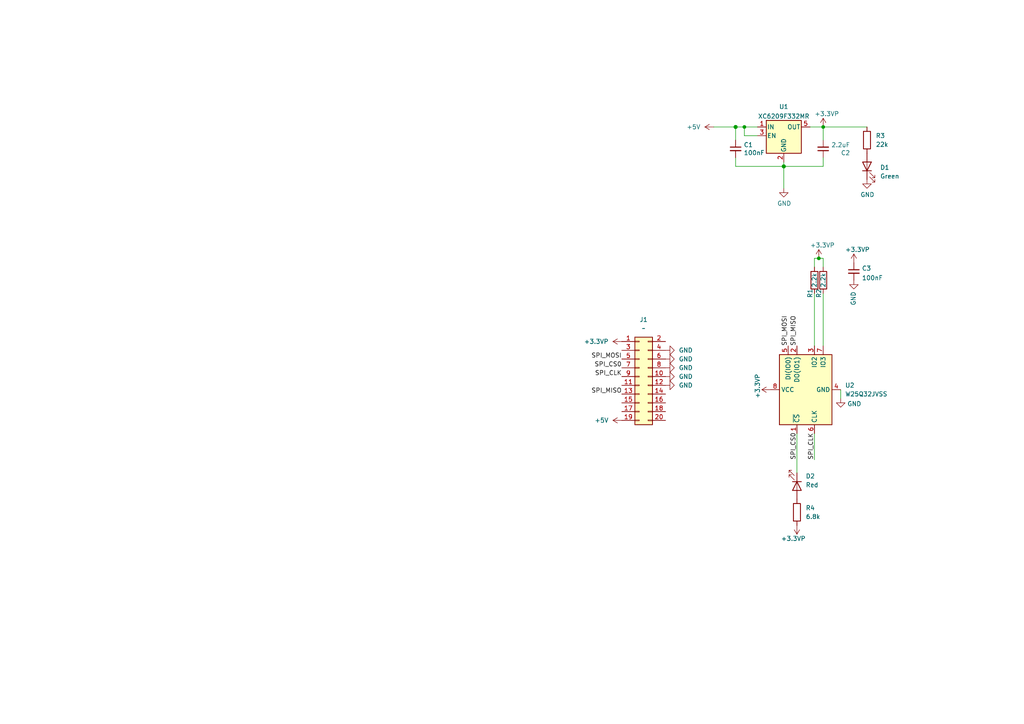
<source format=kicad_sch>
(kicad_sch (version 20211123) (generator eeschema)
  (paper "A4")
  (lib_symbols
    (symbol "Connector_Generic:Conn_02x10_Odd_Even" (pin_names (offset 1.016) hide)
      (property "Reference" "J" (at 1.27 12.7 0))
      (property "Value" "Conn_02x10_Odd_Even" (at 1.27 -15.24 0))
      (symbol "Conn_02x10_Odd_Even_1_1"
        (rectangle (start -1.27 -12.573) (end 0 -12.827) (stroke (width 0.1524)))
        (rectangle (start -1.27 -10.033) (end 0 -10.287) (stroke (width 0.1524)))
        (rectangle (start -1.27 -7.493) (end 0 -7.747) (stroke (width 0.1524)))
        (rectangle (start -1.27 -4.953) (end 0 -5.207) (stroke (width 0.1524)))
        (rectangle (start -1.27 -2.413) (end 0 -2.667) (stroke (width 0.1524)))
        (rectangle (start -1.27 0.127) (end 0 -0.127) (stroke (width 0.1524)))
        (rectangle (start -1.27 2.667) (end 0 2.413) (stroke (width 0.1524)))
        (rectangle (start -1.27 5.207) (end 0 4.953) (stroke (width 0.1524)))
        (rectangle (start -1.27 7.747) (end 0 7.493) (stroke (width 0.1524)))
        (rectangle (start -1.27 10.287) (end 0 10.033) (stroke (width 0.1524)))
        (rectangle (start -1.27 11.43) (end 3.81 -13.97) (stroke (width 0.254)) (fill (type background)))
        (rectangle (start 3.81 -12.573) (end 2.54 -12.827) (stroke (width 0.1524)))
        (rectangle (start 3.81 -10.033) (end 2.54 -10.287) (stroke (width 0.1524)))
        (rectangle (start 3.81 -7.493) (end 2.54 -7.747) (stroke (width 0.1524)))
        (rectangle (start 3.81 -4.953) (end 2.54 -5.207) (stroke (width 0.1524)))
        (rectangle (start 3.81 -2.413) (end 2.54 -2.667) (stroke (width 0.1524)))
        (rectangle (start 3.81 0.127) (end 2.54 -0.127) (stroke (width 0.1524)))
        (rectangle (start 3.81 2.667) (end 2.54 2.413) (stroke (width 0.1524)))
        (rectangle (start 3.81 5.207) (end 2.54 4.953) (stroke (width 0.1524)))
        (rectangle (start 3.81 7.747) (end 2.54 7.493) (stroke (width 0.1524)))
        (rectangle (start 3.81 10.287) (end 2.54 10.033) (stroke (width 0.1524)))
        (pin passive line (at -5.08 10.16 0) (length 3.81) (name "Pin_1") (number "1"))
        (pin passive line (at 7.62 0 180) (length 3.81) (name "Pin_10") (number "10"))
        (pin passive line (at -5.08 -2.54 0) (length 3.81) (name "Pin_11") (number "11"))
        (pin passive line (at 7.62 -2.54 180) (length 3.81) (name "Pin_12") (number "12"))
        (pin passive line (at -5.08 -5.08 0) (length 3.81) (name "Pin_13") (number "13"))
        (pin passive line (at 7.62 -5.08 180) (length 3.81) (name "Pin_14") (number "14"))
        (pin passive line (at -5.08 -7.62 0) (length 3.81) (name "Pin_15") (number "15"))
        (pin passive line (at 7.62 -7.62 180) (length 3.81) (name "Pin_16") (number "16"))
        (pin passive line (at -5.08 -10.16 0) (length 3.81) (name "Pin_17") (number "17"))
        (pin passive line (at 7.62 -10.16 180) (length 3.81) (name "Pin_18") (number "18"))
        (pin passive line (at -5.08 -12.7 0) (length 3.81) (name "Pin_19") (number "19"))
        (pin passive line (at 7.62 10.16 180) (length 3.81) (name "Pin_2") (number "2"))
        (pin passive line (at 7.62 -12.7 180) (length 3.81) (name "Pin_20") (number "20"))
        (pin passive line (at -5.08 7.62 0) (length 3.81) (name "Pin_3") (number "3"))
        (pin passive line (at 7.62 7.62 180) (length 3.81) (name "Pin_4") (number "4"))
        (pin passive line (at -5.08 5.08 0) (length 3.81) (name "Pin_5") (number "5"))
        (pin passive line (at 7.62 5.08 180) (length 3.81) (name "Pin_6") (number "6"))
        (pin passive line (at -5.08 2.54 0) (length 3.81) (name "Pin_7") (number "7"))
        (pin passive line (at 7.62 2.54 180) (length 3.81) (name "Pin_8") (number "8"))
        (pin passive line (at -5.08 0 0) (length 3.81) (name "Pin_9") (number "9"))
      )
    )
    (symbol "Device:C_Small" (pin_numbers hide) (pin_names (offset 0.254) hide)
      (property "Reference" "C" (at 0.254 1.778 0))
      (property "Value" "C_Small" (at 0.254 -2.032 0))
      (symbol "C_Small_0_1"
        (polyline (pts (xy -1.524 -0.508) (xy 1.524 -0.508)) (stroke (width 0.3302)))
        (polyline (pts (xy -1.524 0.508) (xy 1.524 0.508)) (stroke (width 0.3048)))
      )
      (symbol "C_Small_1_1"
        (pin passive line (at 0 2.54 270) (length 2.032) (name "~") (number "1"))
        (pin passive line (at 0 -2.54 90) (length 2.032) (name "~") (number "2"))
      )
    )
    (symbol "Device:LED" (pin_numbers hide) (pin_names (offset 1.016) hide)
      (property "Reference" "D" (at 0 2.54 0))
      (property "Value" "LED" (at 0 -2.54 0))
      (symbol "LED_0_1"
        (polyline (pts (xy -1.27 -1.27) (xy -1.27 1.27)) (stroke (width 0.254)))
        (polyline (pts (xy -1.27 0) (xy 1.27 0)))
        (polyline (pts (xy 1.27 -1.27) (xy 1.27 1.27) (xy -1.27 0) (xy 1.27 -1.27)) (stroke (width 0.254)))
        (polyline (pts (xy -3.048 -0.762) (xy -4.572 -2.286) (xy -3.81 -2.286) (xy -4.572 -2.286) (xy -4.572 -1.524)))
        (polyline (pts (xy -1.778 -0.762) (xy -3.302 -2.286) (xy -2.54 -2.286) (xy -3.302 -2.286) (xy -3.302 -1.524)))
      )
      (symbol "LED_1_1"
        (pin passive line (at -3.81 0 0) (length 2.54) (name "K") (number "1"))
        (pin passive line (at 3.81 0 180) (length 2.54) (name "A") (number "2"))
      )
    )
    (symbol "Device:R" (pin_numbers hide) (pin_names (offset 0))
      (property "Reference" "R" (at 2.032 0 90))
      (property "Value" "R" (at 0 0 90))
      (symbol "R_0_1"
        (rectangle (start -1.016 -2.54) (end 1.016 2.54) (stroke (width 0.254)))
      )
      (symbol "R_1_1"
        (pin passive line (at 0 3.81 270) (length 1.27) (name "~") (number "1"))
        (pin passive line (at 0 -3.81 90) (length 1.27) (name "~") (number "2"))
      )
    )
    (symbol "Memory_Flash:W25Q32JVSS"
      (property "Reference" "U" (at -8.89 8.89 0))
      (property "Value" "W25Q32JVSS" (at 7.62 8.89 0))
      (symbol "W25Q32JVSS_0_1"
        (rectangle (start -10.16 7.62) (end 10.16 -7.62) (stroke (width 0.254)) (fill (type background)))
      )
      (symbol "W25Q32JVSS_1_1"
        (pin input line (at -12.7 2.54 0) (length 2.54) (name "~{CS}") (number "1"))
        (pin bidirectional line (at 12.7 2.54 180) (length 2.54) (name "DO(IO1)") (number "2"))
        (pin bidirectional line (at 12.7 -2.54 180) (length 2.54) (name "IO2") (number "3"))
        (pin power_in line (at 0 -10.16 90) (length 2.54) (name "GND") (number "4"))
        (pin bidirectional line (at 12.7 5.08 180) (length 2.54) (name "DI(IO0)") (number "5"))
        (pin input line (at -12.7 -2.54 0) (length 2.54) (name "CLK") (number "6"))
        (pin bidirectional line (at 12.7 -5.08 180) (length 2.54) (name "IO3") (number "7"))
        (pin power_in line (at 0 10.16 270) (length 2.54) (name "VCC") (number "8"))
      )
    )
    (symbol "Regulator_Linear:TLV71333PDBV" (pin_names (offset 0.254))
      (property "Reference" "U" (at -3.81 5.715 0))
      (property "Value" "TLV71333PDBV" (at 0 5.715 0))
      (symbol "TLV71333PDBV_0_1"
        (rectangle (start -5.08 4.445) (end 5.08 -5.08) (stroke (width 0.254)) (fill (type background)))
      )
      (symbol "TLV71333PDBV_1_1"
        (pin power_in line (at -7.62 2.54 0) (length 2.54) (name "IN") (number "1"))
        (pin power_in line (at 0 -7.62 90) (length 2.54) (name "GND") (number "2"))
        (pin input line (at -7.62 0 0) (length 2.54) (name "EN") (number "3"))
        (pin no_connect line (at 5.08 0 180) (length 2.54) hide (name "NC") (number "4"))
        (pin power_out line (at 7.62 2.54 180) (length 2.54) (name "OUT") (number "5"))
      )
    )
    (symbol "power:+3.3VP" (power) (pin_names (offset 0))
      (property "Value" "+3.3VP" (at 0 2.54 0))
      (symbol "+3.3VP_0_0"
        (pin power_in line (at 0 0 90) (length 0) hide (name "+3.3VP") (number "1"))
      )
      (symbol "+3.3VP_0_1"
        (polyline (pts (xy -0.762 1.27) (xy 0 2.54)))
        (polyline (pts (xy 0 0) (xy 0 2.54)))
        (polyline (pts (xy 0 2.54) (xy 0.762 1.27)))
      )
    )
    (symbol "power:+5V" (power) (pin_names (offset 0))
      (property "Value" "+5V" (at 0 3.556 0))
      (symbol "+5V_0_1"
        (polyline (pts (xy -0.762 1.27) (xy 0 2.54)))
        (polyline (pts (xy 0 0) (xy 0 2.54)))
        (polyline (pts (xy 0 2.54) (xy 0.762 1.27)))
      )
      (symbol "+5V_1_1"
        (pin power_in line (at 0 0 90) (length 0) hide (name "+5V") (number "1"))
      )
    )
    (symbol "power:GND" (power) (pin_names (offset 0))
      (property "Value" "GND" (at 0 -3.81 0))
      (symbol "GND_0_1"
        (polyline (pts (xy 0 0) (xy 0 -1.27) (xy 1.27 -1.27) (xy 0 -2.54) (xy -1.27 -1.27) (xy 0 -1.27)))
      )
      (symbol "GND_1_1"
        (pin power_in line (at 0 0 270) (length 0) hide (name "GND") (number "1"))
      )
    )
  )
  (junction (at 238.76 36.83))
  (junction (at 227.33 48.26) (diameter 1.016))
  (junction (at 215.9 36.83))
  (junction (at 237.49 74.93))
  (junction (at 213.36 36.83) (diameter 1.016))
  (wire (pts (xy 234.95 36.83) (xy 238.76 36.83)))
  (wire (pts (xy 236.22 74.93) (xy 237.49 74.93)))
  (wire (pts (xy 238.76 74.93) (xy 237.49 74.93)))
  (wire (pts (xy 207.01 36.83) (xy 213.36 36.83)))
  (wire (pts (xy 215.9 36.83) (xy 219.71 36.83)))
  (wire (pts (xy 238.76 45.72) (xy 238.76 48.26)))
  (wire (pts (xy 236.22 125.73) (xy 236.22 133.35)))
  (wire (pts (xy 213.36 45.72) (xy 213.36 48.26)))
  (wire (pts (xy 213.36 48.26) (xy 227.33 48.26)))
  (wire (pts (xy 213.36 36.83) (xy 215.9 36.83)))
  (wire (pts (xy 215.9 39.37) (xy 219.71 39.37)))
  (wire (pts (xy 213.36 36.83) (xy 213.36 40.64)))
  (wire (pts (xy 215.9 36.83) (xy 215.9 39.37)))
  (wire (pts (xy 243.84 113.03) (xy 243.84 115.57)))
  (wire (pts (xy 238.76 85.09) (xy 238.76 100.33)))
  (wire (pts (xy 227.33 46.99) (xy 227.33 48.26)))
  (wire (pts (xy 238.76 36.83) (xy 238.76 40.64)))
  (wire (pts (xy 231.14 125.73) (xy 231.14 137.16)))
  (wire (pts (xy 238.76 36.83) (xy 251.46 36.83)))
  (wire (pts (xy 236.22 85.09) (xy 236.22 100.33)))
  (wire (pts (xy 227.33 48.26) (xy 238.76 48.26)))
  (wire (pts (xy 227.33 48.26) (xy 227.33 54.61)))
  (wire (pts (xy 236.22 77.47) (xy 236.22 74.93)))
  (wire (pts (xy 238.76 77.47) (xy 238.76 74.93)))
  (label "SPI_MISO" (at 180.34 114.3 180))
  (label "SPI_MOSI" (at 180.34 104.14 180))
  (label "SPI_MISO" (at 231.14 100.33 90))
  (label "SPI_CS0" (at 180.34 106.68 180))
  (label "SPI_MOSI" (at 228.6 100.33 90))
  (label "SPI_CLK" (at 236.22 133.35 90))
  (label "SPI_CS0" (at 231.14 133.35 90))
  (label "SPI_CLK" (at 180.34 109.22 180))
  (symbol (lib_id "Device:LED") (at 231.14 140.97 270) (unit 1)
    (property "Reference" "D2" (at 233.68 138.1124 90) (effects (justify left)))
    (property "Value" "Red" (at 233.68 140.6524 90) (effects (justify left)))
    (property "Footprint" "lc:0805_LED_S1_NUM" (effects hide))
  )
  (symbol (lib_id "power:GND") (at 193.04 109.22 90) (unit 1)
    (property "Reference" "#PWR06" (effects hide))
    (property "Value" "GND" (at 196.85 109.2199 90) (effects (justify right)))
  )
  (symbol (lib_id "Device:LED") (at 251.46 48.26 90) (unit 1)
    (property "Reference" "D1" (at 255.27 48.5774 90) (effects (justify right)))
    (property "Value" "Green" (at 255.27 51.1174 90) (effects (justify right)))
    (property "Footprint" "lc:0805_LED_S1_NUM" (effects hide))
  )
  (symbol (lib_id "Device:R") (at 238.76 81.28 180) (unit 1)
    (property "Reference" "R2" (at 237.49 85.09 90))
    (property "Value" "2.2k" (at 238.76 81.28 90))
    (property "Footprint" "lc:0402_R" (effects hide))
  )
  (symbol (lib_id "power:+3.3VP") (at 223.52 113.03 90) (unit 1)
    (property "Reference" "#PWR09" (effects hide))
    (property "Value" "+3.3VP" (at 219.71 115.57 0) (effects (justify left)))
  )
  (symbol (lib_id "power:+3.3VP") (at 247.65 76.2 0) (unit 1)
    (property "Reference" "#PWR014" (effects hide))
    (property "Value" "+3.3VP" (at 245.11 72.39 0) (effects (justify left)))
  )
  (symbol (lib_id "power:+5V") (at 180.34 121.92 90) (unit 1)
    (property "Reference" "#PWR02" (effects hide))
    (property "Value" "+5V" (at 176.53 121.9199 90) (effects (justify left)))
  )
  (symbol (lib_id "power:+3.3VP") (at 231.14 152.4 180) (unit 1)
    (property "Reference" "#PWR017" (effects hide))
    (property "Value" "+3.3VP" (at 233.68 156.21 0) (effects (justify left)))
  )
  (symbol (lib_id "power:GND") (at 251.46 52.07 0) (unit 1)
    (property "Reference" "#PWR016" (effects hide))
    (property "Value" "GND" (at 251.587 56.4642 0))
  )
  (symbol (lib_id "power:GND") (at 193.04 106.68 90) (unit 1)
    (property "Reference" "#PWR05" (effects hide))
    (property "Value" "GND" (at 196.85 106.6799 90) (effects (justify right)))
  )
  (symbol (lib_id "power:GND") (at 227.33 54.61 0) (unit 1)
    (property "Reference" "#PWR010" (effects hide))
    (property "Value" "GND" (at 227.457 59.0042 0))
  )
  (symbol (lib_id "Connector_Generic:Conn_02x10_Odd_Even") (at 185.42 109.22 0) (unit 1)
    (property "Reference" "J1" (at 186.69 92.71 0))
    (property "Value" "~" (at 186.69 95.25 0))
    (property "Footprint" "t123yh:PinSocket_2x10_P2.54mm_Vertical" (effects hide))
  )
  (symbol (lib_id "Device:C_Small") (at 238.76 43.18 180) (unit 1)
    (property "Reference" "C2" (at 246.5832 44.3484 0) (effects (justify left)))
    (property "Value" "2.2uF" (at 246.5832 42.037 0) (effects (justify left)))
    (property "Footprint" "lc:0603_C" (effects hide))
  )
  (symbol (lib_id "power:GND") (at 193.04 101.6 90) (unit 1)
    (property "Reference" "#PWR03" (effects hide))
    (property "Value" "GND" (at 196.85 101.5999 90) (effects (justify right)))
  )
  (symbol (lib_id "power:+3.3VP") (at 180.34 99.06 90) (unit 1)
    (property "Reference" "#PWR01" (effects hide))
    (property "Value" "+3.3VP" (at 176.53 99.0599 90) (effects (justify left)))
  )
  (symbol (lib_id "Device:C_Small") (at 213.36 43.18 0) (unit 1)
    (property "Reference" "C1" (at 215.6968 42.0116 0) (effects (justify left)))
    (property "Value" "100nF" (at 215.6968 44.323 0) (effects (justify left)))
    (property "Footprint" "lc:0402_C" (effects hide))
  )
  (symbol (lib_id "Regulator_Linear:TLV71333PDBV") (at 227.33 39.37 0) (unit 1)
    (property "Reference" "U1" (at 227.33 30.9584 0))
    (property "Value" "XC6209F332MR" (at 227.33 33.7335 0))
    (property "Footprint" "lc:SOT-23-5" (effects hide))
    (property "Datasheet" "http://www.ti.com/lit/ds/symlink/tlv713p.pdf" (effects hide))
  )
  (symbol (lib_id "Device:R") (at 236.22 81.28 180) (unit 1)
    (property "Reference" "R1" (at 234.95 85.09 90))
    (property "Value" "2.2k" (at 236.22 81.28 90))
    (property "Footprint" "lc:0402_R" (effects hide))
  )
  (symbol (lib_id "power:GND") (at 193.04 111.76 90) (unit 1)
    (property "Reference" "#PWR07" (effects hide))
    (property "Value" "GND" (at 196.85 111.7599 90) (effects (justify right)))
  )
  (symbol (lib_id "power:+3.3VP") (at 238.76 36.83 0) (unit 1)
    (property "Reference" "#PWR012" (effects hide))
    (property "Value" "+3.3VP" (at 236.22 33.02 0) (effects (justify left)))
  )
  (symbol (lib_id "Device:R") (at 251.46 40.64 180) (unit 1)
    (property "Reference" "R3" (at 254 39.3699 0) (effects (justify right)))
    (property "Value" "22k" (at 254 41.9099 0) (effects (justify right)))
    (property "Footprint" "lc:0402_R" (effects hide))
  )
  (symbol (lib_id "power:GND") (at 247.65 81.28 0) (mirror y) (unit 1)
    (property "Reference" "#PWR015" (effects hide))
    (property "Value" "GND" (at 247.523 84.5312 90) (effects (justify right)))
  )
  (symbol (lib_id "power:+3.3VP") (at 237.49 74.93 0) (unit 1)
    (property "Reference" "#PWR011" (effects hide))
    (property "Value" "+3.3VP" (at 234.95 71.12 0) (effects (justify left)))
  )
  (symbol (lib_id "Device:C_Small") (at 247.65 78.74 0) (unit 1)
    (property "Reference" "C3" (at 249.9742 77.8315 0) (effects (justify left)))
    (property "Value" "100nF" (at 249.9742 80.6066 0) (effects (justify left)))
    (property "Footprint" "lc:0402_C" (effects hide))
  )
  (symbol (lib_id "power:+5V") (at 207.01 36.83 90) (unit 1)
    (property "Reference" "#PWR08" (effects hide))
    (property "Value" "+5V" (at 203.2 36.8299 90) (effects (justify left)))
  )
  (symbol (lib_id "power:GND") (at 193.04 104.14 90) (unit 1)
    (property "Reference" "#PWR04" (effects hide))
    (property "Value" "GND" (at 196.85 104.1399 90) (effects (justify right)))
  )
  (symbol (lib_id "Memory_Flash:W25Q32JVSS") (at 233.68 113.03 90) (unit 1)
    (property "Reference" "U2" (at 245.11 111.7599 90) (effects (justify right)))
    (property "Value" "W25Q32JVSS" (at 245.11 114.2999 90) (effects (justify right)))
    (property "Footprint" "Package_SO:SOIC-8_5.23x5.23mm_P1.27mm" (effects hide))
    (property "Datasheet" "http://www.winbond.com/resource-files/w25q32jv%20revg%2003272018%20plus.pdf" (effects hide))
  )
  (symbol (lib_id "power:GND") (at 243.84 115.57 0) (unit 1)
    (property "Reference" "#PWR013" (effects hide))
    (property "Value" "GND" (at 245.7451 117.1285 0) (effects (justify left)))
  )
  (symbol (lib_id "Device:R") (at 231.14 148.59 180) (unit 1)
    (property "Reference" "R4" (at 233.68 147.3199 0) (effects (justify right)))
    (property "Value" "6.8k" (at 233.68 149.8599 0) (effects (justify right)))
    (property "Footprint" "lc:0402_R" (effects hide))
  )
)
</source>
